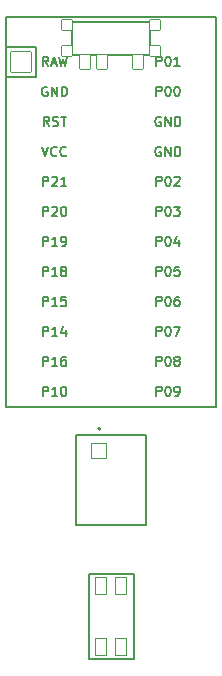
<source format=gto>
%TF.GenerationSoftware,KiCad,Pcbnew,(6.0.5)*%
%TF.CreationDate,2022-09-17T13:25:28+02:00*%
%TF.ProjectId,rae_dux_no_splay,7261655f-6475-4785-9f6e-6f5f73706c61,v1.0.0*%
%TF.SameCoordinates,Original*%
%TF.FileFunction,Legend,Top*%
%TF.FilePolarity,Positive*%
%FSLAX46Y46*%
G04 Gerber Fmt 4.6, Leading zero omitted, Abs format (unit mm)*
G04 Created by KiCad (PCBNEW (6.0.5)) date 2022-09-17 13:25:28*
%MOMM*%
%LPD*%
G01*
G04 APERTURE LIST*
G04 Aperture macros list*
%AMRoundRect*
0 Rectangle with rounded corners*
0 $1 Rounding radius*
0 $2 $3 $4 $5 $6 $7 $8 $9 X,Y pos of 4 corners*
0 Add a 4 corners polygon primitive as box body*
4,1,4,$2,$3,$4,$5,$6,$7,$8,$9,$2,$3,0*
0 Add four circle primitives for the rounded corners*
1,1,$1+$1,$2,$3*
1,1,$1+$1,$4,$5*
1,1,$1+$1,$6,$7*
1,1,$1+$1,$8,$9*
0 Add four rect primitives between the rounded corners*
20,1,$1+$1,$2,$3,$4,$5,0*
20,1,$1+$1,$4,$5,$6,$7,0*
20,1,$1+$1,$6,$7,$8,$9,0*
20,1,$1+$1,$8,$9,$2,$3,0*%
G04 Aperture macros list end*
%ADD10C,0.150000*%
%ADD11C,0.127000*%
%ADD12C,0.200000*%
%ADD13R,1.752600X1.752600*%
%ADD14C,1.752600*%
%ADD15C,3.529000*%
%ADD16C,1.801800*%
%ADD17C,3.100000*%
%ADD18RoundRect,0.050000X-1.300000X-1.300000X1.300000X-1.300000X1.300000X1.300000X-1.300000X1.300000X0*%
%ADD19C,2.132000*%
%ADD20RoundRect,0.050000X-1.592168X-0.919239X0.919239X-1.592168X1.592168X0.919239X-0.919239X1.592168X0*%
%ADD21RoundRect,0.050000X-1.775833X-0.475833X0.475833X-1.775833X1.775833X0.475833X-0.475833X1.775833X0*%
%ADD22RoundRect,0.050000X-1.838478X0.000000X0.000000X-1.838478X1.838478X0.000000X0.000000X1.838478X0*%
%ADD23RoundRect,0.050000X-0.876300X0.876300X-0.876300X-0.876300X0.876300X-0.876300X0.876300X0.876300X0*%
%ADD24C,1.852600*%
%ADD25C,1.100000*%
%ADD26RoundRect,0.050000X-0.450000X-0.625000X0.450000X-0.625000X0.450000X0.625000X-0.450000X0.625000X0*%
%ADD27RoundRect,0.050000X-0.450000X-0.450000X0.450000X-0.450000X0.450000X0.450000X-0.450000X0.450000X0*%
%ADD28C,1.408000*%
%ADD29RoundRect,0.050000X-0.654000X-0.654000X0.654000X-0.654000X0.654000X0.654000X-0.654000X0.654000X0*%
%ADD30RoundRect,0.050000X0.500000X-0.725000X0.500000X0.725000X-0.500000X0.725000X-0.500000X-0.725000X0*%
G04 APERTURE END LIST*
D10*
X154647619Y92274762D02*
X154380952Y92655714D01*
X154190476Y92274762D02*
X154190476Y93074762D01*
X154495238Y93074762D01*
X154571428Y93036667D01*
X154609523Y92998571D01*
X154647619Y92922381D01*
X154647619Y92808095D01*
X154609523Y92731905D01*
X154571428Y92693809D01*
X154495238Y92655714D01*
X154190476Y92655714D01*
X154952380Y92503333D02*
X155333333Y92503333D01*
X154876190Y92274762D02*
X155142857Y93074762D01*
X155409523Y92274762D01*
X155600000Y93074762D02*
X155790476Y92274762D01*
X155942857Y92846190D01*
X156095238Y92274762D01*
X156285714Y93074762D01*
X154590476Y90496667D02*
X154514285Y90534762D01*
X154400000Y90534762D01*
X154285714Y90496667D01*
X154209523Y90420476D01*
X154171428Y90344286D01*
X154133333Y90191905D01*
X154133333Y90077619D01*
X154171428Y89925238D01*
X154209523Y89849047D01*
X154285714Y89772857D01*
X154400000Y89734762D01*
X154476190Y89734762D01*
X154590476Y89772857D01*
X154628571Y89810952D01*
X154628571Y90077619D01*
X154476190Y90077619D01*
X154971428Y89734762D02*
X154971428Y90534762D01*
X155428571Y89734762D01*
X155428571Y90534762D01*
X155809523Y89734762D02*
X155809523Y90534762D01*
X156000000Y90534762D01*
X156114285Y90496667D01*
X156190476Y90420476D01*
X156228571Y90344286D01*
X156266666Y90191905D01*
X156266666Y90077619D01*
X156228571Y89925238D01*
X156190476Y89849047D01*
X156114285Y89772857D01*
X156000000Y89734762D01*
X155809523Y89734762D01*
X154761904Y87194762D02*
X154495238Y87575714D01*
X154304761Y87194762D02*
X154304761Y87994762D01*
X154609523Y87994762D01*
X154685714Y87956667D01*
X154723809Y87918571D01*
X154761904Y87842381D01*
X154761904Y87728095D01*
X154723809Y87651905D01*
X154685714Y87613809D01*
X154609523Y87575714D01*
X154304761Y87575714D01*
X155066666Y87232857D02*
X155180952Y87194762D01*
X155371428Y87194762D01*
X155447619Y87232857D01*
X155485714Y87270952D01*
X155523809Y87347143D01*
X155523809Y87423333D01*
X155485714Y87499524D01*
X155447619Y87537619D01*
X155371428Y87575714D01*
X155219047Y87613809D01*
X155142857Y87651905D01*
X155104761Y87690000D01*
X155066666Y87766190D01*
X155066666Y87842381D01*
X155104761Y87918571D01*
X155142857Y87956667D01*
X155219047Y87994762D01*
X155409523Y87994762D01*
X155523809Y87956667D01*
X155752380Y87994762D02*
X156209523Y87994762D01*
X155980952Y87194762D02*
X155980952Y87994762D01*
X154133333Y85454762D02*
X154400000Y84654762D01*
X154666666Y85454762D01*
X155390476Y84730952D02*
X155352380Y84692857D01*
X155238095Y84654762D01*
X155161904Y84654762D01*
X155047619Y84692857D01*
X154971428Y84769047D01*
X154933333Y84845238D01*
X154895238Y84997619D01*
X154895238Y85111905D01*
X154933333Y85264286D01*
X154971428Y85340476D01*
X155047619Y85416667D01*
X155161904Y85454762D01*
X155238095Y85454762D01*
X155352380Y85416667D01*
X155390476Y85378571D01*
X156190476Y84730952D02*
X156152380Y84692857D01*
X156038095Y84654762D01*
X155961904Y84654762D01*
X155847619Y84692857D01*
X155771428Y84769047D01*
X155733333Y84845238D01*
X155695238Y84997619D01*
X155695238Y85111905D01*
X155733333Y85264286D01*
X155771428Y85340476D01*
X155847619Y85416667D01*
X155961904Y85454762D01*
X156038095Y85454762D01*
X156152380Y85416667D01*
X156190476Y85378571D01*
X154228571Y82114762D02*
X154228571Y82914762D01*
X154533333Y82914762D01*
X154609523Y82876667D01*
X154647619Y82838571D01*
X154685714Y82762381D01*
X154685714Y82648095D01*
X154647619Y82571905D01*
X154609523Y82533809D01*
X154533333Y82495714D01*
X154228571Y82495714D01*
X154990476Y82838571D02*
X155028571Y82876667D01*
X155104761Y82914762D01*
X155295238Y82914762D01*
X155371428Y82876667D01*
X155409523Y82838571D01*
X155447619Y82762381D01*
X155447619Y82686190D01*
X155409523Y82571905D01*
X154952380Y82114762D01*
X155447619Y82114762D01*
X156209523Y82114762D02*
X155752380Y82114762D01*
X155980952Y82114762D02*
X155980952Y82914762D01*
X155904761Y82800476D01*
X155828571Y82724286D01*
X155752380Y82686190D01*
X154228571Y79574762D02*
X154228571Y80374762D01*
X154533333Y80374762D01*
X154609523Y80336667D01*
X154647619Y80298571D01*
X154685714Y80222381D01*
X154685714Y80108095D01*
X154647619Y80031905D01*
X154609523Y79993809D01*
X154533333Y79955714D01*
X154228571Y79955714D01*
X154990476Y80298571D02*
X155028571Y80336667D01*
X155104761Y80374762D01*
X155295238Y80374762D01*
X155371428Y80336667D01*
X155409523Y80298571D01*
X155447619Y80222381D01*
X155447619Y80146190D01*
X155409523Y80031905D01*
X154952380Y79574762D01*
X155447619Y79574762D01*
X155942857Y80374762D02*
X156019047Y80374762D01*
X156095238Y80336667D01*
X156133333Y80298571D01*
X156171428Y80222381D01*
X156209523Y80070000D01*
X156209523Y79879524D01*
X156171428Y79727143D01*
X156133333Y79650952D01*
X156095238Y79612857D01*
X156019047Y79574762D01*
X155942857Y79574762D01*
X155866666Y79612857D01*
X155828571Y79650952D01*
X155790476Y79727143D01*
X155752380Y79879524D01*
X155752380Y80070000D01*
X155790476Y80222381D01*
X155828571Y80298571D01*
X155866666Y80336667D01*
X155942857Y80374762D01*
X154228571Y77034762D02*
X154228571Y77834762D01*
X154533333Y77834762D01*
X154609523Y77796667D01*
X154647619Y77758571D01*
X154685714Y77682381D01*
X154685714Y77568095D01*
X154647619Y77491905D01*
X154609523Y77453809D01*
X154533333Y77415714D01*
X154228571Y77415714D01*
X155447619Y77034762D02*
X154990476Y77034762D01*
X155219047Y77034762D02*
X155219047Y77834762D01*
X155142857Y77720476D01*
X155066666Y77644286D01*
X154990476Y77606190D01*
X155828571Y77034762D02*
X155980952Y77034762D01*
X156057142Y77072857D01*
X156095238Y77110952D01*
X156171428Y77225238D01*
X156209523Y77377619D01*
X156209523Y77682381D01*
X156171428Y77758571D01*
X156133333Y77796667D01*
X156057142Y77834762D01*
X155904761Y77834762D01*
X155828571Y77796667D01*
X155790476Y77758571D01*
X155752380Y77682381D01*
X155752380Y77491905D01*
X155790476Y77415714D01*
X155828571Y77377619D01*
X155904761Y77339524D01*
X156057142Y77339524D01*
X156133333Y77377619D01*
X156171428Y77415714D01*
X156209523Y77491905D01*
X154228571Y74494762D02*
X154228571Y75294762D01*
X154533333Y75294762D01*
X154609523Y75256667D01*
X154647619Y75218571D01*
X154685714Y75142381D01*
X154685714Y75028095D01*
X154647619Y74951905D01*
X154609523Y74913809D01*
X154533333Y74875714D01*
X154228571Y74875714D01*
X155447619Y74494762D02*
X154990476Y74494762D01*
X155219047Y74494762D02*
X155219047Y75294762D01*
X155142857Y75180476D01*
X155066666Y75104286D01*
X154990476Y75066190D01*
X155904761Y74951905D02*
X155828571Y74990000D01*
X155790476Y75028095D01*
X155752380Y75104286D01*
X155752380Y75142381D01*
X155790476Y75218571D01*
X155828571Y75256667D01*
X155904761Y75294762D01*
X156057142Y75294762D01*
X156133333Y75256667D01*
X156171428Y75218571D01*
X156209523Y75142381D01*
X156209523Y75104286D01*
X156171428Y75028095D01*
X156133333Y74990000D01*
X156057142Y74951905D01*
X155904761Y74951905D01*
X155828571Y74913809D01*
X155790476Y74875714D01*
X155752380Y74799524D01*
X155752380Y74647143D01*
X155790476Y74570952D01*
X155828571Y74532857D01*
X155904761Y74494762D01*
X156057142Y74494762D01*
X156133333Y74532857D01*
X156171428Y74570952D01*
X156209523Y74647143D01*
X156209523Y74799524D01*
X156171428Y74875714D01*
X156133333Y74913809D01*
X156057142Y74951905D01*
X154228571Y71954762D02*
X154228571Y72754762D01*
X154533333Y72754762D01*
X154609523Y72716667D01*
X154647619Y72678571D01*
X154685714Y72602381D01*
X154685714Y72488095D01*
X154647619Y72411905D01*
X154609523Y72373809D01*
X154533333Y72335714D01*
X154228571Y72335714D01*
X155447619Y71954762D02*
X154990476Y71954762D01*
X155219047Y71954762D02*
X155219047Y72754762D01*
X155142857Y72640476D01*
X155066666Y72564286D01*
X154990476Y72526190D01*
X156171428Y72754762D02*
X155790476Y72754762D01*
X155752380Y72373809D01*
X155790476Y72411905D01*
X155866666Y72450000D01*
X156057142Y72450000D01*
X156133333Y72411905D01*
X156171428Y72373809D01*
X156209523Y72297619D01*
X156209523Y72107143D01*
X156171428Y72030952D01*
X156133333Y71992857D01*
X156057142Y71954762D01*
X155866666Y71954762D01*
X155790476Y71992857D01*
X155752380Y72030952D01*
X154228571Y69414762D02*
X154228571Y70214762D01*
X154533333Y70214762D01*
X154609523Y70176667D01*
X154647619Y70138571D01*
X154685714Y70062381D01*
X154685714Y69948095D01*
X154647619Y69871905D01*
X154609523Y69833809D01*
X154533333Y69795714D01*
X154228571Y69795714D01*
X155447619Y69414762D02*
X154990476Y69414762D01*
X155219047Y69414762D02*
X155219047Y70214762D01*
X155142857Y70100476D01*
X155066666Y70024286D01*
X154990476Y69986190D01*
X156133333Y69948095D02*
X156133333Y69414762D01*
X155942857Y70252857D02*
X155752380Y69681428D01*
X156247619Y69681428D01*
X154228571Y66874762D02*
X154228571Y67674762D01*
X154533333Y67674762D01*
X154609523Y67636667D01*
X154647619Y67598571D01*
X154685714Y67522381D01*
X154685714Y67408095D01*
X154647619Y67331905D01*
X154609523Y67293809D01*
X154533333Y67255714D01*
X154228571Y67255714D01*
X155447619Y66874762D02*
X154990476Y66874762D01*
X155219047Y66874762D02*
X155219047Y67674762D01*
X155142857Y67560476D01*
X155066666Y67484286D01*
X154990476Y67446190D01*
X156133333Y67674762D02*
X155980952Y67674762D01*
X155904761Y67636667D01*
X155866666Y67598571D01*
X155790476Y67484286D01*
X155752380Y67331905D01*
X155752380Y67027143D01*
X155790476Y66950952D01*
X155828571Y66912857D01*
X155904761Y66874762D01*
X156057142Y66874762D01*
X156133333Y66912857D01*
X156171428Y66950952D01*
X156209523Y67027143D01*
X156209523Y67217619D01*
X156171428Y67293809D01*
X156133333Y67331905D01*
X156057142Y67370000D01*
X155904761Y67370000D01*
X155828571Y67331905D01*
X155790476Y67293809D01*
X155752380Y67217619D01*
X154228571Y64334762D02*
X154228571Y65134762D01*
X154533333Y65134762D01*
X154609523Y65096667D01*
X154647619Y65058571D01*
X154685714Y64982381D01*
X154685714Y64868095D01*
X154647619Y64791905D01*
X154609523Y64753809D01*
X154533333Y64715714D01*
X154228571Y64715714D01*
X155447619Y64334762D02*
X154990476Y64334762D01*
X155219047Y64334762D02*
X155219047Y65134762D01*
X155142857Y65020476D01*
X155066666Y64944286D01*
X154990476Y64906190D01*
X155942857Y65134762D02*
X156019047Y65134762D01*
X156095238Y65096667D01*
X156133333Y65058571D01*
X156171428Y64982381D01*
X156209523Y64830000D01*
X156209523Y64639524D01*
X156171428Y64487143D01*
X156133333Y64410952D01*
X156095238Y64372857D01*
X156019047Y64334762D01*
X155942857Y64334762D01*
X155866666Y64372857D01*
X155828571Y64410952D01*
X155790476Y64487143D01*
X155752380Y64639524D01*
X155752380Y64830000D01*
X155790476Y64982381D01*
X155828571Y65058571D01*
X155866666Y65096667D01*
X155942857Y65134762D01*
X163828571Y92274762D02*
X163828571Y93074762D01*
X164133333Y93074762D01*
X164209523Y93036667D01*
X164247619Y92998571D01*
X164285714Y92922381D01*
X164285714Y92808095D01*
X164247619Y92731905D01*
X164209523Y92693809D01*
X164133333Y92655714D01*
X163828571Y92655714D01*
X164780952Y93074762D02*
X164857142Y93074762D01*
X164933333Y93036667D01*
X164971428Y92998571D01*
X165009523Y92922381D01*
X165047619Y92770000D01*
X165047619Y92579524D01*
X165009523Y92427143D01*
X164971428Y92350952D01*
X164933333Y92312857D01*
X164857142Y92274762D01*
X164780952Y92274762D01*
X164704761Y92312857D01*
X164666666Y92350952D01*
X164628571Y92427143D01*
X164590476Y92579524D01*
X164590476Y92770000D01*
X164628571Y92922381D01*
X164666666Y92998571D01*
X164704761Y93036667D01*
X164780952Y93074762D01*
X165809523Y92274762D02*
X165352380Y92274762D01*
X165580952Y92274762D02*
X165580952Y93074762D01*
X165504761Y92960476D01*
X165428571Y92884286D01*
X165352380Y92846190D01*
X163828571Y89734762D02*
X163828571Y90534762D01*
X164133333Y90534762D01*
X164209523Y90496667D01*
X164247619Y90458571D01*
X164285714Y90382381D01*
X164285714Y90268095D01*
X164247619Y90191905D01*
X164209523Y90153809D01*
X164133333Y90115714D01*
X163828571Y90115714D01*
X164780952Y90534762D02*
X164857142Y90534762D01*
X164933333Y90496667D01*
X164971428Y90458571D01*
X165009523Y90382381D01*
X165047619Y90230000D01*
X165047619Y90039524D01*
X165009523Y89887143D01*
X164971428Y89810952D01*
X164933333Y89772857D01*
X164857142Y89734762D01*
X164780952Y89734762D01*
X164704761Y89772857D01*
X164666666Y89810952D01*
X164628571Y89887143D01*
X164590476Y90039524D01*
X164590476Y90230000D01*
X164628571Y90382381D01*
X164666666Y90458571D01*
X164704761Y90496667D01*
X164780952Y90534762D01*
X165542857Y90534762D02*
X165619047Y90534762D01*
X165695238Y90496667D01*
X165733333Y90458571D01*
X165771428Y90382381D01*
X165809523Y90230000D01*
X165809523Y90039524D01*
X165771428Y89887143D01*
X165733333Y89810952D01*
X165695238Y89772857D01*
X165619047Y89734762D01*
X165542857Y89734762D01*
X165466666Y89772857D01*
X165428571Y89810952D01*
X165390476Y89887143D01*
X165352380Y90039524D01*
X165352380Y90230000D01*
X165390476Y90382381D01*
X165428571Y90458571D01*
X165466666Y90496667D01*
X165542857Y90534762D01*
X164190476Y87956667D02*
X164114285Y87994762D01*
X164000000Y87994762D01*
X163885714Y87956667D01*
X163809523Y87880476D01*
X163771428Y87804286D01*
X163733333Y87651905D01*
X163733333Y87537619D01*
X163771428Y87385238D01*
X163809523Y87309047D01*
X163885714Y87232857D01*
X164000000Y87194762D01*
X164076190Y87194762D01*
X164190476Y87232857D01*
X164228571Y87270952D01*
X164228571Y87537619D01*
X164076190Y87537619D01*
X164571428Y87194762D02*
X164571428Y87994762D01*
X165028571Y87194762D01*
X165028571Y87994762D01*
X165409523Y87194762D02*
X165409523Y87994762D01*
X165600000Y87994762D01*
X165714285Y87956667D01*
X165790476Y87880476D01*
X165828571Y87804286D01*
X165866666Y87651905D01*
X165866666Y87537619D01*
X165828571Y87385238D01*
X165790476Y87309047D01*
X165714285Y87232857D01*
X165600000Y87194762D01*
X165409523Y87194762D01*
X164190476Y85416667D02*
X164114285Y85454762D01*
X164000000Y85454762D01*
X163885714Y85416667D01*
X163809523Y85340476D01*
X163771428Y85264286D01*
X163733333Y85111905D01*
X163733333Y84997619D01*
X163771428Y84845238D01*
X163809523Y84769047D01*
X163885714Y84692857D01*
X164000000Y84654762D01*
X164076190Y84654762D01*
X164190476Y84692857D01*
X164228571Y84730952D01*
X164228571Y84997619D01*
X164076190Y84997619D01*
X164571428Y84654762D02*
X164571428Y85454762D01*
X165028571Y84654762D01*
X165028571Y85454762D01*
X165409523Y84654762D02*
X165409523Y85454762D01*
X165600000Y85454762D01*
X165714285Y85416667D01*
X165790476Y85340476D01*
X165828571Y85264286D01*
X165866666Y85111905D01*
X165866666Y84997619D01*
X165828571Y84845238D01*
X165790476Y84769047D01*
X165714285Y84692857D01*
X165600000Y84654762D01*
X165409523Y84654762D01*
X163828571Y82114762D02*
X163828571Y82914762D01*
X164133333Y82914762D01*
X164209523Y82876667D01*
X164247619Y82838571D01*
X164285714Y82762381D01*
X164285714Y82648095D01*
X164247619Y82571905D01*
X164209523Y82533809D01*
X164133333Y82495714D01*
X163828571Y82495714D01*
X164780952Y82914762D02*
X164857142Y82914762D01*
X164933333Y82876667D01*
X164971428Y82838571D01*
X165009523Y82762381D01*
X165047619Y82610000D01*
X165047619Y82419524D01*
X165009523Y82267143D01*
X164971428Y82190952D01*
X164933333Y82152857D01*
X164857142Y82114762D01*
X164780952Y82114762D01*
X164704761Y82152857D01*
X164666666Y82190952D01*
X164628571Y82267143D01*
X164590476Y82419524D01*
X164590476Y82610000D01*
X164628571Y82762381D01*
X164666666Y82838571D01*
X164704761Y82876667D01*
X164780952Y82914762D01*
X165352380Y82838571D02*
X165390476Y82876667D01*
X165466666Y82914762D01*
X165657142Y82914762D01*
X165733333Y82876667D01*
X165771428Y82838571D01*
X165809523Y82762381D01*
X165809523Y82686190D01*
X165771428Y82571905D01*
X165314285Y82114762D01*
X165809523Y82114762D01*
X163828571Y79574762D02*
X163828571Y80374762D01*
X164133333Y80374762D01*
X164209523Y80336667D01*
X164247619Y80298571D01*
X164285714Y80222381D01*
X164285714Y80108095D01*
X164247619Y80031905D01*
X164209523Y79993809D01*
X164133333Y79955714D01*
X163828571Y79955714D01*
X164780952Y80374762D02*
X164857142Y80374762D01*
X164933333Y80336667D01*
X164971428Y80298571D01*
X165009523Y80222381D01*
X165047619Y80070000D01*
X165047619Y79879524D01*
X165009523Y79727143D01*
X164971428Y79650952D01*
X164933333Y79612857D01*
X164857142Y79574762D01*
X164780952Y79574762D01*
X164704761Y79612857D01*
X164666666Y79650952D01*
X164628571Y79727143D01*
X164590476Y79879524D01*
X164590476Y80070000D01*
X164628571Y80222381D01*
X164666666Y80298571D01*
X164704761Y80336667D01*
X164780952Y80374762D01*
X165314285Y80374762D02*
X165809523Y80374762D01*
X165542857Y80070000D01*
X165657142Y80070000D01*
X165733333Y80031905D01*
X165771428Y79993809D01*
X165809523Y79917619D01*
X165809523Y79727143D01*
X165771428Y79650952D01*
X165733333Y79612857D01*
X165657142Y79574762D01*
X165428571Y79574762D01*
X165352380Y79612857D01*
X165314285Y79650952D01*
X163828571Y77034762D02*
X163828571Y77834762D01*
X164133333Y77834762D01*
X164209523Y77796667D01*
X164247619Y77758571D01*
X164285714Y77682381D01*
X164285714Y77568095D01*
X164247619Y77491905D01*
X164209523Y77453809D01*
X164133333Y77415714D01*
X163828571Y77415714D01*
X164780952Y77834762D02*
X164857142Y77834762D01*
X164933333Y77796667D01*
X164971428Y77758571D01*
X165009523Y77682381D01*
X165047619Y77530000D01*
X165047619Y77339524D01*
X165009523Y77187143D01*
X164971428Y77110952D01*
X164933333Y77072857D01*
X164857142Y77034762D01*
X164780952Y77034762D01*
X164704761Y77072857D01*
X164666666Y77110952D01*
X164628571Y77187143D01*
X164590476Y77339524D01*
X164590476Y77530000D01*
X164628571Y77682381D01*
X164666666Y77758571D01*
X164704761Y77796667D01*
X164780952Y77834762D01*
X165733333Y77568095D02*
X165733333Y77034762D01*
X165542857Y77872857D02*
X165352380Y77301428D01*
X165847619Y77301428D01*
X163828571Y74494762D02*
X163828571Y75294762D01*
X164133333Y75294762D01*
X164209523Y75256667D01*
X164247619Y75218571D01*
X164285714Y75142381D01*
X164285714Y75028095D01*
X164247619Y74951905D01*
X164209523Y74913809D01*
X164133333Y74875714D01*
X163828571Y74875714D01*
X164780952Y75294762D02*
X164857142Y75294762D01*
X164933333Y75256667D01*
X164971428Y75218571D01*
X165009523Y75142381D01*
X165047619Y74990000D01*
X165047619Y74799524D01*
X165009523Y74647143D01*
X164971428Y74570952D01*
X164933333Y74532857D01*
X164857142Y74494762D01*
X164780952Y74494762D01*
X164704761Y74532857D01*
X164666666Y74570952D01*
X164628571Y74647143D01*
X164590476Y74799524D01*
X164590476Y74990000D01*
X164628571Y75142381D01*
X164666666Y75218571D01*
X164704761Y75256667D01*
X164780952Y75294762D01*
X165771428Y75294762D02*
X165390476Y75294762D01*
X165352380Y74913809D01*
X165390476Y74951905D01*
X165466666Y74990000D01*
X165657142Y74990000D01*
X165733333Y74951905D01*
X165771428Y74913809D01*
X165809523Y74837619D01*
X165809523Y74647143D01*
X165771428Y74570952D01*
X165733333Y74532857D01*
X165657142Y74494762D01*
X165466666Y74494762D01*
X165390476Y74532857D01*
X165352380Y74570952D01*
X163828571Y71954762D02*
X163828571Y72754762D01*
X164133333Y72754762D01*
X164209523Y72716667D01*
X164247619Y72678571D01*
X164285714Y72602381D01*
X164285714Y72488095D01*
X164247619Y72411905D01*
X164209523Y72373809D01*
X164133333Y72335714D01*
X163828571Y72335714D01*
X164780952Y72754762D02*
X164857142Y72754762D01*
X164933333Y72716667D01*
X164971428Y72678571D01*
X165009523Y72602381D01*
X165047619Y72450000D01*
X165047619Y72259524D01*
X165009523Y72107143D01*
X164971428Y72030952D01*
X164933333Y71992857D01*
X164857142Y71954762D01*
X164780952Y71954762D01*
X164704761Y71992857D01*
X164666666Y72030952D01*
X164628571Y72107143D01*
X164590476Y72259524D01*
X164590476Y72450000D01*
X164628571Y72602381D01*
X164666666Y72678571D01*
X164704761Y72716667D01*
X164780952Y72754762D01*
X165733333Y72754762D02*
X165580952Y72754762D01*
X165504761Y72716667D01*
X165466666Y72678571D01*
X165390476Y72564286D01*
X165352380Y72411905D01*
X165352380Y72107143D01*
X165390476Y72030952D01*
X165428571Y71992857D01*
X165504761Y71954762D01*
X165657142Y71954762D01*
X165733333Y71992857D01*
X165771428Y72030952D01*
X165809523Y72107143D01*
X165809523Y72297619D01*
X165771428Y72373809D01*
X165733333Y72411905D01*
X165657142Y72450000D01*
X165504761Y72450000D01*
X165428571Y72411905D01*
X165390476Y72373809D01*
X165352380Y72297619D01*
X163828571Y69414762D02*
X163828571Y70214762D01*
X164133333Y70214762D01*
X164209523Y70176667D01*
X164247619Y70138571D01*
X164285714Y70062381D01*
X164285714Y69948095D01*
X164247619Y69871905D01*
X164209523Y69833809D01*
X164133333Y69795714D01*
X163828571Y69795714D01*
X164780952Y70214762D02*
X164857142Y70214762D01*
X164933333Y70176667D01*
X164971428Y70138571D01*
X165009523Y70062381D01*
X165047619Y69910000D01*
X165047619Y69719524D01*
X165009523Y69567143D01*
X164971428Y69490952D01*
X164933333Y69452857D01*
X164857142Y69414762D01*
X164780952Y69414762D01*
X164704761Y69452857D01*
X164666666Y69490952D01*
X164628571Y69567143D01*
X164590476Y69719524D01*
X164590476Y69910000D01*
X164628571Y70062381D01*
X164666666Y70138571D01*
X164704761Y70176667D01*
X164780952Y70214762D01*
X165314285Y70214762D02*
X165847619Y70214762D01*
X165504761Y69414762D01*
X163828571Y66874762D02*
X163828571Y67674762D01*
X164133333Y67674762D01*
X164209523Y67636667D01*
X164247619Y67598571D01*
X164285714Y67522381D01*
X164285714Y67408095D01*
X164247619Y67331905D01*
X164209523Y67293809D01*
X164133333Y67255714D01*
X163828571Y67255714D01*
X164780952Y67674762D02*
X164857142Y67674762D01*
X164933333Y67636667D01*
X164971428Y67598571D01*
X165009523Y67522381D01*
X165047619Y67370000D01*
X165047619Y67179524D01*
X165009523Y67027143D01*
X164971428Y66950952D01*
X164933333Y66912857D01*
X164857142Y66874762D01*
X164780952Y66874762D01*
X164704761Y66912857D01*
X164666666Y66950952D01*
X164628571Y67027143D01*
X164590476Y67179524D01*
X164590476Y67370000D01*
X164628571Y67522381D01*
X164666666Y67598571D01*
X164704761Y67636667D01*
X164780952Y67674762D01*
X165504761Y67331905D02*
X165428571Y67370000D01*
X165390476Y67408095D01*
X165352380Y67484286D01*
X165352380Y67522381D01*
X165390476Y67598571D01*
X165428571Y67636667D01*
X165504761Y67674762D01*
X165657142Y67674762D01*
X165733333Y67636667D01*
X165771428Y67598571D01*
X165809523Y67522381D01*
X165809523Y67484286D01*
X165771428Y67408095D01*
X165733333Y67370000D01*
X165657142Y67331905D01*
X165504761Y67331905D01*
X165428571Y67293809D01*
X165390476Y67255714D01*
X165352380Y67179524D01*
X165352380Y67027143D01*
X165390476Y66950952D01*
X165428571Y66912857D01*
X165504761Y66874762D01*
X165657142Y66874762D01*
X165733333Y66912857D01*
X165771428Y66950952D01*
X165809523Y67027143D01*
X165809523Y67179524D01*
X165771428Y67255714D01*
X165733333Y67293809D01*
X165657142Y67331905D01*
X163828571Y64334762D02*
X163828571Y65134762D01*
X164133333Y65134762D01*
X164209523Y65096667D01*
X164247619Y65058571D01*
X164285714Y64982381D01*
X164285714Y64868095D01*
X164247619Y64791905D01*
X164209523Y64753809D01*
X164133333Y64715714D01*
X163828571Y64715714D01*
X164780952Y65134762D02*
X164857142Y65134762D01*
X164933333Y65096667D01*
X164971428Y65058571D01*
X165009523Y64982381D01*
X165047619Y64830000D01*
X165047619Y64639524D01*
X165009523Y64487143D01*
X164971428Y64410952D01*
X164933333Y64372857D01*
X164857142Y64334762D01*
X164780952Y64334762D01*
X164704761Y64372857D01*
X164666666Y64410952D01*
X164628571Y64487143D01*
X164590476Y64639524D01*
X164590476Y64830000D01*
X164628571Y64982381D01*
X164666666Y65058571D01*
X164704761Y65096667D01*
X164780952Y65134762D01*
X165428571Y64334762D02*
X165580952Y64334762D01*
X165657142Y64372857D01*
X165695238Y64410952D01*
X165771428Y64525238D01*
X165809523Y64677619D01*
X165809523Y64982381D01*
X165771428Y65058571D01*
X165733333Y65096667D01*
X165657142Y65134762D01*
X165504761Y65134762D01*
X165428571Y65096667D01*
X165390476Y65058571D01*
X165352380Y64982381D01*
X165352380Y64791905D01*
X165390476Y64715714D01*
X165428571Y64677619D01*
X165504761Y64639524D01*
X165657142Y64639524D01*
X165733333Y64677619D01*
X165771428Y64715714D01*
X165809523Y64791905D01*
X151110000Y96446667D02*
X151110000Y63426667D01*
X151110000Y63426667D02*
X168890000Y63426667D01*
X168890000Y63426667D02*
X168890000Y96446667D01*
X168890000Y96446667D02*
X151110000Y96446667D01*
X153650000Y93906667D02*
X153650000Y91366667D01*
X153650000Y93906667D02*
X151110000Y93906667D01*
X153650000Y91366667D02*
X151110000Y91366667D01*
X161950000Y96016667D02*
X158050000Y96016667D01*
X160000000Y96016667D02*
X156700000Y96016667D01*
X156700000Y96016667D02*
X156700000Y93166667D01*
X156700000Y93166667D02*
X163300000Y93166667D01*
X163300000Y93166667D02*
X163300000Y96016667D01*
X160000000Y96016667D02*
X163300000Y96016667D01*
D11*
X157050000Y61016667D02*
X162950000Y61016667D01*
X162950000Y61016667D02*
X162950000Y53416667D01*
X157050000Y53416667D02*
X157050000Y61016667D01*
D12*
X159100000Y61566667D02*
G75*
G03*
X159100000Y61566667I-100000J0D01*
G01*
D11*
X162950000Y53416667D02*
X157050000Y53416667D01*
D10*
X161900000Y49266667D02*
X161900000Y42066667D01*
X161900000Y42066667D02*
X158100000Y42066667D01*
X158100000Y42066667D02*
X158100000Y49266667D01*
X158100000Y49266667D02*
X161900000Y49266667D01*
D13*
X152380000Y92636667D03*
D14*
X152380000Y90096667D03*
X152380000Y87556667D03*
X152380000Y85016667D03*
X152380000Y82476667D03*
X152380000Y79936667D03*
X152380000Y77396667D03*
X152380000Y74856667D03*
X152380000Y72316667D03*
X152380000Y69776667D03*
X152380000Y67236667D03*
X152380000Y64696667D03*
X167620000Y92636667D03*
X167620000Y90096667D03*
X167620000Y87556667D03*
X167620000Y85016667D03*
X167620000Y82476667D03*
X167620000Y79936667D03*
X167620000Y77396667D03*
X167620000Y74856667D03*
X167620000Y72316667D03*
X167620000Y69776667D03*
X167620000Y67236667D03*
X167620000Y64696667D03*
%LPC*%
D15*
X68000000Y50000000D03*
D16*
X73500000Y50000000D03*
X62500000Y50000000D03*
D17*
X73000000Y53750000D03*
X68000000Y55950000D03*
X63000000Y53750000D03*
X68000000Y55950000D03*
D18*
X71275000Y55950000D03*
X59725000Y53750000D03*
D15*
X68000000Y50000000D03*
D16*
X62500000Y50000000D03*
X73500000Y50000000D03*
D19*
X63000000Y46200000D03*
X68000000Y44100000D03*
X73000000Y46200000D03*
X68000000Y44100000D03*
D15*
X68000000Y67000000D03*
D16*
X73500000Y67000000D03*
X62500000Y67000000D03*
D17*
X73000000Y70750000D03*
X68000000Y72950000D03*
X63000000Y70750000D03*
X68000000Y72950000D03*
D18*
X71275000Y72950000D03*
X59725000Y70750000D03*
D15*
X68000000Y67000000D03*
D16*
X62500000Y67000000D03*
X73500000Y67000000D03*
D19*
X63000000Y63200000D03*
X68000000Y61100000D03*
X73000000Y63200000D03*
X68000000Y61100000D03*
D15*
X68000000Y84000000D03*
D16*
X73500000Y84000000D03*
X62500000Y84000000D03*
D17*
X73000000Y87750000D03*
X68000000Y89950000D03*
X63000000Y87750000D03*
X68000000Y89950000D03*
D18*
X71275000Y89950000D03*
X59725000Y87750000D03*
D15*
X68000000Y84000000D03*
D16*
X62500000Y84000000D03*
X73500000Y84000000D03*
D19*
X63000000Y80200000D03*
X68000000Y78100000D03*
X73000000Y80200000D03*
X68000000Y78100000D03*
D15*
X86000000Y58500000D03*
D16*
X91500000Y58500000D03*
X80500000Y58500000D03*
D17*
X91000000Y62250000D03*
X86000000Y64450000D03*
X81000000Y62250000D03*
X86000000Y64450000D03*
D18*
X89275000Y64450000D03*
X77725000Y62250000D03*
D15*
X86000000Y58500000D03*
D16*
X80500000Y58500000D03*
X91500000Y58500000D03*
D19*
X81000000Y54700000D03*
X86000000Y52600000D03*
X91000000Y54700000D03*
X86000000Y52600000D03*
D15*
X86000000Y75500000D03*
D16*
X91500000Y75500000D03*
X80500000Y75500000D03*
D17*
X91000000Y79250000D03*
X86000000Y81450000D03*
X81000000Y79250000D03*
X86000000Y81450000D03*
D18*
X89275000Y81450000D03*
X77725000Y79250000D03*
D15*
X86000000Y75500000D03*
D16*
X80500000Y75500000D03*
X91500000Y75500000D03*
D19*
X81000000Y71700000D03*
X86000000Y69600000D03*
X91000000Y71700000D03*
X86000000Y69600000D03*
D15*
X86000000Y92500000D03*
D16*
X91500000Y92500000D03*
X80500000Y92500000D03*
D17*
X91000000Y96250000D03*
X86000000Y98450000D03*
X81000000Y96250000D03*
X86000000Y98450000D03*
D18*
X89275000Y98450000D03*
X77725000Y96250000D03*
D15*
X86000000Y92500000D03*
D16*
X80500000Y92500000D03*
X91500000Y92500000D03*
D19*
X81000000Y88700000D03*
X86000000Y86600000D03*
X91000000Y88700000D03*
X86000000Y86600000D03*
D15*
X104000000Y64166667D03*
D16*
X109500000Y64166667D03*
X98500000Y64166667D03*
D17*
X109000000Y67916667D03*
X104000000Y70116667D03*
X99000000Y67916667D03*
X104000000Y70116667D03*
D18*
X107275000Y70116667D03*
X95725000Y67916667D03*
D15*
X104000000Y64166667D03*
D16*
X98500000Y64166667D03*
X109500000Y64166667D03*
D19*
X99000000Y60366667D03*
X104000000Y58266667D03*
X109000000Y60366667D03*
X104000000Y58266667D03*
D15*
X104000000Y81166667D03*
D16*
X109500000Y81166667D03*
X98500000Y81166667D03*
D17*
X109000000Y84916667D03*
X104000000Y87116667D03*
X99000000Y84916667D03*
X104000000Y87116667D03*
D18*
X107275000Y87116667D03*
X95725000Y84916667D03*
D15*
X104000000Y81166667D03*
D16*
X98500000Y81166667D03*
X109500000Y81166667D03*
D19*
X99000000Y77366667D03*
X104000000Y75266667D03*
X109000000Y77366667D03*
X104000000Y75266667D03*
D15*
X104000000Y98166667D03*
D16*
X109500000Y98166667D03*
X98500000Y98166667D03*
D17*
X109000000Y101916667D03*
X104000000Y104116667D03*
X99000000Y101916667D03*
X104000000Y104116667D03*
D18*
X107275000Y104116667D03*
X95725000Y101916667D03*
D15*
X104000000Y98166667D03*
D16*
X98500000Y98166667D03*
X109500000Y98166667D03*
D19*
X99000000Y94366667D03*
X104000000Y92266667D03*
X109000000Y94366667D03*
X104000000Y92266667D03*
D15*
X122000000Y58500000D03*
D16*
X127500000Y58500000D03*
X116500000Y58500000D03*
D17*
X127000000Y62250000D03*
X122000000Y64450000D03*
X117000000Y62250000D03*
X122000000Y64450000D03*
D18*
X125275000Y64450000D03*
X113725000Y62250000D03*
D15*
X122000000Y58500000D03*
D16*
X116500000Y58500000D03*
X127500000Y58500000D03*
D19*
X117000000Y54700000D03*
X122000000Y52600000D03*
X127000000Y54700000D03*
X122000000Y52600000D03*
D15*
X122000000Y75500000D03*
D16*
X127500000Y75500000D03*
X116500000Y75500000D03*
D17*
X127000000Y79250000D03*
X122000000Y81450000D03*
X117000000Y79250000D03*
X122000000Y81450000D03*
D18*
X125275000Y81450000D03*
X113725000Y79250000D03*
D15*
X122000000Y75500000D03*
D16*
X116500000Y75500000D03*
X127500000Y75500000D03*
D19*
X117000000Y71700000D03*
X122000000Y69600000D03*
X127000000Y71700000D03*
X122000000Y69600000D03*
D15*
X122000000Y92500000D03*
D16*
X127500000Y92500000D03*
X116500000Y92500000D03*
D17*
X127000000Y96250000D03*
X122000000Y98450000D03*
X117000000Y96250000D03*
X122000000Y98450000D03*
D18*
X125275000Y98450000D03*
X113725000Y96250000D03*
D15*
X122000000Y92500000D03*
D16*
X116500000Y92500000D03*
X127500000Y92500000D03*
D19*
X117000000Y88700000D03*
X122000000Y86600000D03*
X127000000Y88700000D03*
X122000000Y86600000D03*
D15*
X140000000Y55666667D03*
D16*
X145500000Y55666667D03*
X134500000Y55666667D03*
D17*
X145000000Y59416667D03*
X140000000Y61616667D03*
X135000000Y59416667D03*
X140000000Y61616667D03*
D18*
X143275000Y61616667D03*
X131725000Y59416667D03*
D15*
X140000000Y55666667D03*
D16*
X134500000Y55666667D03*
X145500000Y55666667D03*
D19*
X135000000Y51866667D03*
X140000000Y49766667D03*
X145000000Y51866667D03*
X140000000Y49766667D03*
D15*
X140000000Y72666667D03*
D16*
X145500000Y72666667D03*
X134500000Y72666667D03*
D17*
X145000000Y76416667D03*
X140000000Y78616667D03*
X135000000Y76416667D03*
X140000000Y78616667D03*
D18*
X143275000Y78616667D03*
X131725000Y76416667D03*
D15*
X140000000Y72666667D03*
D16*
X134500000Y72666667D03*
X145500000Y72666667D03*
D19*
X135000000Y68866667D03*
X140000000Y66766667D03*
X145000000Y68866667D03*
X140000000Y66766667D03*
D15*
X140000000Y89666667D03*
D16*
X145500000Y89666667D03*
X134500000Y89666667D03*
D17*
X145000000Y93416667D03*
X140000000Y95616667D03*
X135000000Y93416667D03*
X140000000Y95616667D03*
D18*
X143275000Y95616667D03*
X131725000Y93416667D03*
D15*
X140000000Y89666667D03*
D16*
X134500000Y89666667D03*
X145500000Y89666667D03*
D19*
X135000000Y85866667D03*
X140000000Y83766667D03*
X145000000Y85866667D03*
X140000000Y83766667D03*
D15*
X125079959Y36488922D03*
D16*
X130392551Y35065417D03*
X119767367Y37912427D03*
D17*
X130880160Y38817049D03*
X126619932Y42236181D03*
X121220901Y41405239D03*
X126619932Y42236181D03*
D20*
X129783339Y41388548D03*
X118057494Y42252871D03*
D15*
X125079959Y36488922D03*
D16*
X119767367Y37912427D03*
X130392551Y35065417D03*
D19*
X119266817Y34112499D03*
X123552927Y30789960D03*
X128926076Y31524309D03*
X123552927Y30789960D03*
D15*
X143617558Y28810397D03*
D16*
X148380698Y26060397D03*
X138854418Y31560397D03*
D17*
X149822685Y29557992D03*
X146592558Y33963248D03*
X141162431Y34557992D03*
X146592558Y33963248D03*
D21*
X149428791Y32325748D03*
X138326198Y36195492D03*
D15*
X143617558Y28810397D03*
D16*
X138854418Y31560397D03*
X148380698Y26060397D03*
D19*
X137387431Y28019500D03*
X140667558Y23700847D03*
X146047685Y23019500D03*
X140667558Y23700847D03*
D15*
X159536156Y16595628D03*
D16*
X163425243Y12706541D03*
X155647069Y20484715D03*
D17*
X165723340Y15711745D03*
X163743441Y20802913D03*
X158652273Y22782812D03*
X163743441Y20802913D03*
D22*
X166059216Y18487139D03*
X156336498Y25098587D03*
D15*
X159536156Y16595628D03*
D16*
X155647069Y20484715D03*
X163425243Y12706541D03*
D19*
X153313616Y17444156D03*
X155364226Y12423698D03*
X160384684Y10373088D03*
X155364226Y12423698D03*
D23*
X152380000Y92636667D03*
D24*
X152380000Y90096667D03*
X152380000Y87556667D03*
X152380000Y85016667D03*
X152380000Y82476667D03*
X152380000Y79936667D03*
X152380000Y77396667D03*
X152380000Y74856667D03*
X152380000Y72316667D03*
X152380000Y69776667D03*
X152380000Y67236667D03*
X152380000Y64696667D03*
X167620000Y92636667D03*
X167620000Y90096667D03*
X167620000Y87556667D03*
X167620000Y85016667D03*
X167620000Y82476667D03*
X167620000Y79936667D03*
X167620000Y77396667D03*
X167620000Y74856667D03*
X167620000Y72316667D03*
X167620000Y69776667D03*
X167620000Y67236667D03*
X167620000Y64696667D03*
D25*
X161500000Y94666667D03*
X158500000Y94666667D03*
D26*
X162250000Y92591667D03*
X159250000Y92591667D03*
X157750000Y92591667D03*
D27*
X163700000Y95766667D03*
X163700000Y93566667D03*
X156300000Y93566667D03*
X156300000Y95766667D03*
D25*
X161500000Y94666667D03*
X158500000Y94666667D03*
D28*
X161000000Y59666667D03*
D29*
X159000000Y59666667D03*
D30*
X159150000Y43091667D03*
X159150000Y48241667D03*
X160850000Y43091667D03*
X160850000Y48241667D03*
M02*

</source>
